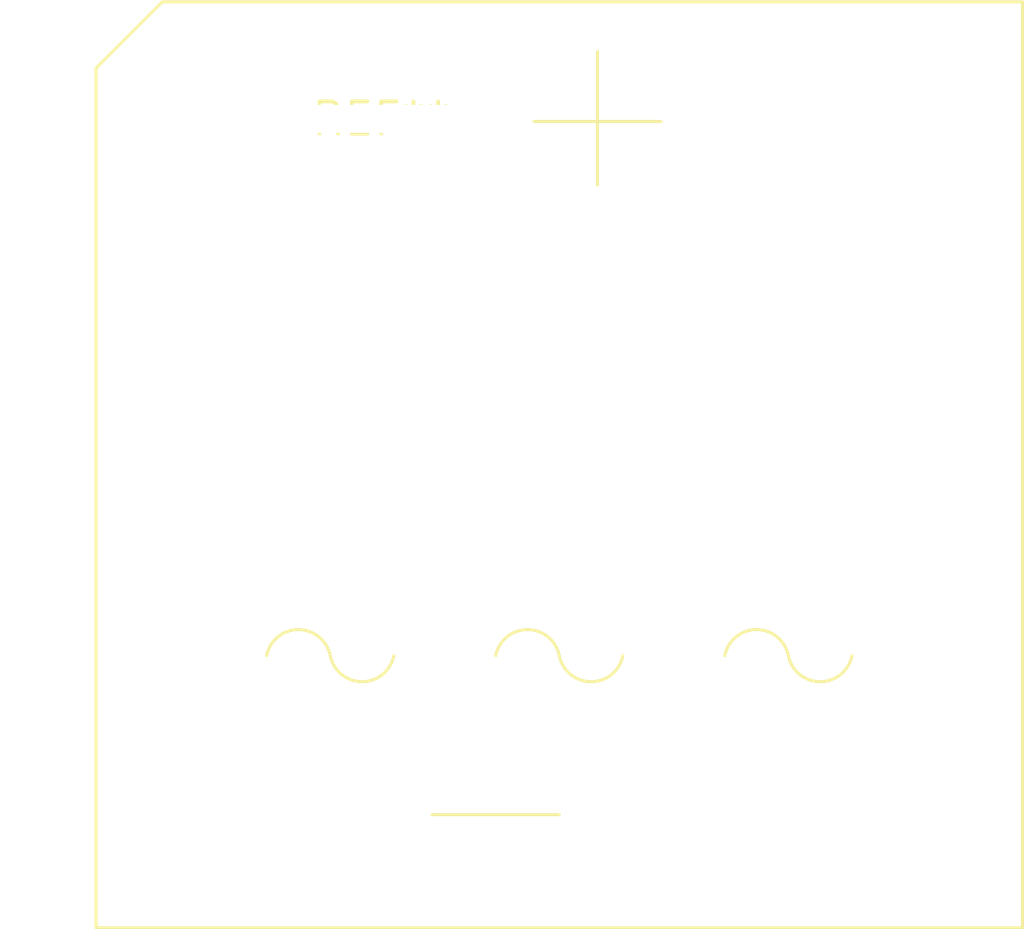
<source format=kicad_pcb>
(kicad_pcb (version 20240108) (generator pcbnew)
  (layers (0 "F.Cu" signal) (31 "B.Cu" signal) (34 "B.Paste" user) (35 "F.Paste" user) (36 "B.SilkS" user "B.Silkscreen") (37 "F.SilkS" user "F.Silkscreen") (38 "B.Mask" user) (39 "F.Mask" user) (44 "Edge.Cuts" user))
  (net 0 "")
  (footprint "Diode_Bridge_Comchip_SCVB-L" (layer "F.Cu") (at 0 0)
    (property "Reference" "REF**")
    (property "Value" "Diode_Bridge_Comchip_SCVB-L")
    (fp_line (start -11.2 -2) (end -11.2 31.8) (layer "F.SilkS") (stroke (width 0.12)))
    (fp_line (start -11.2 31.8) (end 25.2 31.8) (layer "F.SilkS") (stroke (width 0.12)))
    (fp_line (start -8.6 -4.6) (end -11.2 -2) (layer "F.SilkS") (stroke (width 0.12)))
    (fp_line (start 7 27.35) (end 2 27.35) (layer "F.SilkS") (stroke (width 0.12)))
    (fp_line (start 8.5 2.6) (end 8.5 -2.65) (layer "F.SilkS") (stroke (width 0.12)))
    (fp_line (start 11 0.1) (end 6 0.1) (layer "F.SilkS") (stroke (width 0.12)))
    (fp_line (start 25.2 -4.6) (end -8.6 -4.6) (layer "F.SilkS") (stroke (width 0.12)))
    (fp_line (start 25.2 -4.6) (end 25.2 31.8) (layer "F.SilkS") (stroke (width 0.12)))
    (fp_arc (start -4.499999 21.100001) (mid -3.250001 20.075246) (end -2.000001 21.099999) (layer "F.SilkS") (stroke (width 0.12)))
    (fp_arc (start 0.499999 21.099999) (mid -0.719674 22.124393) (end -1.986693 21.159174) (layer "F.SilkS") (stroke (width 0.12)))
    (fp_arc (start 4.500002 21.100002) (mid 5.75 20.075247) (end 7 21.1) (layer "F.SilkS") (stroke (width 0.12)))
    (fp_arc (start 9.5 21.1) (mid 8.280327 22.124394) (end 7.013308 21.159175) (layer "F.SilkS") (stroke (width 0.12)))
    (fp_arc (start 13.500002 21.100002) (mid 14.75 20.075247) (end 16 21.1) (layer "F.SilkS") (stroke (width 0.12)))
    (fp_arc (start 18.5 21.1) (mid 17.280327 22.124394) (end 16.013308 21.159175) (layer "F.SilkS") (stroke (width 0.12)))
    (pad "1" thru_hole rect (at 0 0) (size 10 5) (drill oval 6.7 1.1) (layers *.Cu *.Mask) (remove_unused_layers))
    (pad "2" thru_hole roundrect (at -2 13.6 90) (size 10 5) (drill oval 6.7 1.1) (layers *.Cu *.Mask) (remove_unused_layers))
    (pad "3" thru_hole roundrect (at 7 13.6 90) (size 10 5) (drill oval 6.7 1.1) (layers *.Cu *.Mask) (remove_unused_layers))
    (pad "4" thru_hole roundrect (at 16 13.6 90) (size 10 5) (drill oval 6.7 1.1) (layers *.Cu *.Mask) (remove_unused_layers))
    (pad "5" thru_hole roundrect (at 14 27.2) (size 10 5) (drill oval 6.7 1.1) (layers *.Cu *.Mask) (remove_unused_layers))
  )
)
</source>
